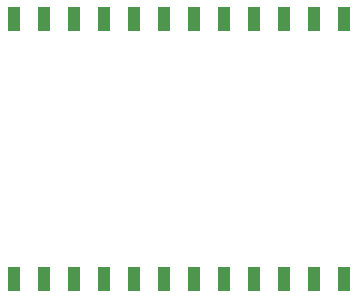
<source format=gtp>
G75*
%MOIN*%
%OFA0B0*%
%FSLAX25Y25*%
%IPPOS*%
%LPD*%
%AMOC8*
5,1,8,0,0,1.08239X$1,22.5*
%
%ADD10R,0.03937X0.07874*%
D10*
X0145000Y0111575D03*
X0155000Y0111575D03*
X0165000Y0111575D03*
X0175000Y0111575D03*
X0185000Y0111575D03*
X0195000Y0111575D03*
X0205000Y0111575D03*
X0215000Y0111575D03*
X0225000Y0111575D03*
X0235000Y0111575D03*
X0245000Y0111575D03*
X0255000Y0111575D03*
X0255000Y0198425D03*
X0245000Y0198425D03*
X0235000Y0198425D03*
X0225000Y0198425D03*
X0215000Y0198425D03*
X0205000Y0198425D03*
X0195000Y0198425D03*
X0185000Y0198425D03*
X0175000Y0198425D03*
X0165000Y0198425D03*
X0155000Y0198425D03*
X0145000Y0198425D03*
M02*

</source>
